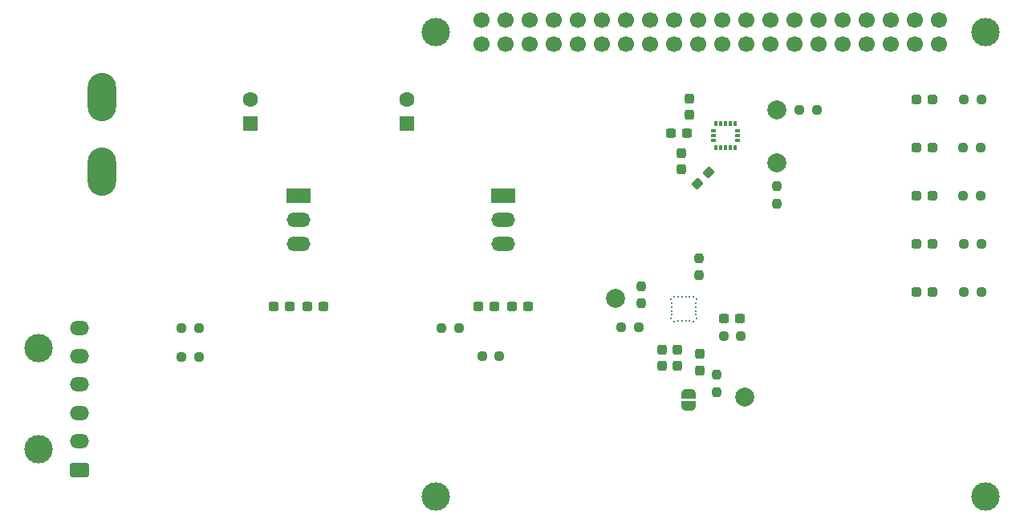
<source format=gbr>
G04 #@! TF.GenerationSoftware,KiCad,Pcbnew,(6.0.8)*
G04 #@! TF.CreationDate,2022-11-19T16:11:50-06:00*
G04 #@! TF.ProjectId,NavBoard_Hardware,4e617642-6f61-4726-945f-486172647761,2_ 2023*
G04 #@! TF.SameCoordinates,Original*
G04 #@! TF.FileFunction,Soldermask,Top*
G04 #@! TF.FilePolarity,Negative*
%FSLAX46Y46*%
G04 Gerber Fmt 4.6, Leading zero omitted, Abs format (unit mm)*
G04 Created by KiCad (PCBNEW (6.0.8)) date 2022-11-19 16:11:50*
%MOMM*%
%LPD*%
G01*
G04 APERTURE LIST*
G04 Aperture macros list*
%AMRoundRect*
0 Rectangle with rounded corners*
0 $1 Rounding radius*
0 $2 $3 $4 $5 $6 $7 $8 $9 X,Y pos of 4 corners*
0 Add a 4 corners polygon primitive as box body*
4,1,4,$2,$3,$4,$5,$6,$7,$8,$9,$2,$3,0*
0 Add four circle primitives for the rounded corners*
1,1,$1+$1,$2,$3*
1,1,$1+$1,$4,$5*
1,1,$1+$1,$6,$7*
1,1,$1+$1,$8,$9*
0 Add four rect primitives between the rounded corners*
20,1,$1+$1,$2,$3,$4,$5,0*
20,1,$1+$1,$4,$5,$6,$7,0*
20,1,$1+$1,$6,$7,$8,$9,0*
20,1,$1+$1,$8,$9,$2,$3,0*%
%AMFreePoly0*
4,1,22,0.500000,-0.750000,0.000000,-0.750000,0.000000,-0.745033,-0.079941,-0.743568,-0.215256,-0.701293,-0.333266,-0.622738,-0.424486,-0.514219,-0.481581,-0.384460,-0.499164,-0.250000,-0.500000,-0.250000,-0.500000,0.250000,-0.499164,0.250000,-0.499963,0.256109,-0.478152,0.396186,-0.417904,0.524511,-0.324060,0.630769,-0.204165,0.706417,-0.067858,0.745374,0.000000,0.744959,0.000000,0.750000,
0.500000,0.750000,0.500000,-0.750000,0.500000,-0.750000,$1*%
%AMFreePoly1*
4,1,20,0.000000,0.744959,0.073905,0.744508,0.209726,0.703889,0.328688,0.626782,0.421226,0.519385,0.479903,0.390333,0.500000,0.250000,0.500000,-0.250000,0.499851,-0.262216,0.476331,-0.402017,0.414519,-0.529596,0.319384,-0.634700,0.198574,-0.708877,0.061801,-0.746166,0.000000,-0.745033,0.000000,-0.750000,-0.500000,-0.750000,-0.500000,0.750000,0.000000,0.750000,0.000000,0.744959,
0.000000,0.744959,$1*%
G04 Aperture macros list end*
%ADD10R,1.600000X1.600000*%
%ADD11C,1.600000*%
%ADD12RoundRect,0.237500X-0.300000X-0.237500X0.300000X-0.237500X0.300000X0.237500X-0.300000X0.237500X0*%
%ADD13RoundRect,0.237500X0.300000X0.237500X-0.300000X0.237500X-0.300000X-0.237500X0.300000X-0.237500X0*%
%ADD14O,3.000000X5.100000*%
%ADD15RoundRect,0.237500X-0.287500X-0.237500X0.287500X-0.237500X0.287500X0.237500X-0.287500X0.237500X0*%
%ADD16RoundRect,0.237500X0.250000X0.237500X-0.250000X0.237500X-0.250000X-0.237500X0.250000X-0.237500X0*%
%ADD17C,3.000000*%
%ADD18C,1.700000*%
%ADD19R,0.350000X0.490000*%
%ADD20R,0.490000X0.350000*%
%ADD21RoundRect,0.237500X-0.237500X0.300000X-0.237500X-0.300000X0.237500X-0.300000X0.237500X0.300000X0*%
%ADD22RoundRect,0.237500X0.044194X0.380070X-0.380070X-0.044194X-0.044194X-0.380070X0.380070X0.044194X0*%
%ADD23R,0.152400X0.228600*%
%ADD24R,0.279400X0.228600*%
%ADD25R,0.228600X0.152400*%
%ADD26R,0.228600X0.279400*%
%ADD27RoundRect,0.237500X0.237500X-0.300000X0.237500X0.300000X-0.237500X0.300000X-0.237500X-0.300000X0*%
%ADD28RoundRect,0.250000X0.760000X-0.500000X0.760000X0.500000X-0.760000X0.500000X-0.760000X-0.500000X0*%
%ADD29O,2.020000X1.500000*%
%ADD30RoundRect,0.237500X-0.250000X-0.237500X0.250000X-0.237500X0.250000X0.237500X-0.250000X0.237500X0*%
%ADD31FreePoly0,90.000000*%
%ADD32FreePoly1,90.000000*%
%ADD33C,2.000000*%
%ADD34RoundRect,0.237500X-0.237500X0.250000X-0.237500X-0.250000X0.237500X-0.250000X0.237500X0.250000X0*%
%ADD35R,2.500000X1.500000*%
%ADD36O,2.500000X1.500000*%
%ADD37RoundRect,0.237500X0.237500X-0.250000X0.237500X0.250000X-0.237500X0.250000X-0.237500X-0.250000X0*%
G04 APERTURE END LIST*
D10*
X66040000Y-50800000D03*
D11*
X66040000Y-48300000D03*
D12*
X72050000Y-70100000D03*
X73775000Y-70100000D03*
D13*
X70212500Y-70100000D03*
X68487500Y-70100000D03*
D10*
X82550000Y-50800000D03*
D11*
X82550000Y-48300000D03*
D14*
X50400000Y-48026000D03*
X50400000Y-55900000D03*
D15*
X136285000Y-48260000D03*
X138035000Y-48260000D03*
X136285000Y-68580000D03*
X138035000Y-68580000D03*
X136285000Y-63500000D03*
X138035000Y-63500000D03*
D16*
X143152501Y-48260000D03*
X141327501Y-48260000D03*
X143152500Y-68579999D03*
X141327500Y-68579999D03*
X143152500Y-63500001D03*
X141327500Y-63500001D03*
X143034998Y-58457499D03*
X141209998Y-58457499D03*
X143035000Y-53365000D03*
X141210000Y-53365000D03*
D17*
X143580000Y-90170000D03*
X85580000Y-90170000D03*
X143580000Y-41170000D03*
X85580000Y-41170000D03*
D18*
X90450000Y-42440000D03*
X90450000Y-39900000D03*
X92990000Y-42440000D03*
X92990000Y-39900000D03*
X95530000Y-42440000D03*
X95530000Y-39900000D03*
X98070000Y-42440000D03*
X98070000Y-39900000D03*
X100610000Y-42440000D03*
X100610000Y-39900000D03*
X103150000Y-42440000D03*
X103150000Y-39900000D03*
X105690000Y-42440000D03*
X105690000Y-39900000D03*
X108230000Y-42440000D03*
X108230000Y-39900000D03*
X110770000Y-42440000D03*
X110770000Y-39900000D03*
X113310000Y-42440000D03*
X113310000Y-39900000D03*
X115850000Y-42440000D03*
X115850000Y-39900000D03*
X118390000Y-42440000D03*
X118390000Y-39900000D03*
X120930000Y-42440000D03*
X120930000Y-39900000D03*
X123470000Y-42440000D03*
X123470000Y-39900000D03*
X126010000Y-42440000D03*
X126010000Y-39900000D03*
X128550000Y-42440000D03*
X128550000Y-39900000D03*
X131090000Y-42440000D03*
X131090000Y-39900000D03*
X133630000Y-42440000D03*
X133630000Y-39900000D03*
X136170000Y-42440000D03*
X136170000Y-39900000D03*
X138710000Y-42440000D03*
X138710000Y-39900000D03*
D19*
X115139999Y-53360000D03*
X115639999Y-53360000D03*
X116139999Y-53360000D03*
X116639999Y-53360000D03*
X117139999Y-53360000D03*
D20*
X117399999Y-52600000D03*
X117399999Y-52100000D03*
X117399999Y-51600000D03*
D19*
X117139999Y-50840000D03*
X116639999Y-50840000D03*
X116139999Y-50840000D03*
X115639999Y-50840000D03*
X115139999Y-50840000D03*
D20*
X114879999Y-51600000D03*
X114879999Y-52100000D03*
X114879999Y-52600000D03*
D21*
X113475000Y-75150000D03*
X113475000Y-76875000D03*
D22*
X114384880Y-55965120D03*
X113165120Y-57184880D03*
D21*
X109449999Y-74675000D03*
X109449999Y-76400000D03*
X111075000Y-74675000D03*
X111075000Y-76400000D03*
D13*
X112085000Y-51824250D03*
X110360000Y-51824250D03*
D12*
X115987500Y-71406249D03*
X117712500Y-71406249D03*
D21*
X111510000Y-53960000D03*
X111510000Y-55685000D03*
D23*
X110429000Y-69406249D03*
D24*
X110492500Y-69806251D03*
X110492500Y-70206250D03*
X110492500Y-70606250D03*
X110492500Y-71006249D03*
D23*
X110429000Y-71406251D03*
D25*
X110762499Y-71739750D03*
D26*
X111162501Y-71676250D03*
X111562500Y-71676250D03*
X111962500Y-71676250D03*
X112362499Y-71676250D03*
D25*
X112762501Y-71739750D03*
D23*
X113096000Y-71406251D03*
D24*
X113032500Y-71006249D03*
X113032500Y-70606250D03*
X113032500Y-70206250D03*
X113032500Y-69806251D03*
D23*
X113096000Y-69406249D03*
D25*
X112762501Y-69072750D03*
D26*
X112362499Y-69136250D03*
X111962500Y-69136250D03*
X111562500Y-69136250D03*
X111162501Y-69136250D03*
D25*
X110762499Y-69072750D03*
D27*
X112349999Y-49925000D03*
X112349999Y-48200000D03*
D17*
X43686000Y-74526000D03*
X43686000Y-85226000D03*
D28*
X48006000Y-87376000D03*
D29*
X48006000Y-84376000D03*
X48006000Y-81376000D03*
X48006000Y-78376000D03*
X48006000Y-75376000D03*
X48006000Y-72376000D03*
D30*
X90487500Y-75400000D03*
X92312500Y-75400000D03*
D31*
X112250000Y-80650000D03*
D32*
X112250000Y-79350000D03*
D33*
X121551001Y-49410000D03*
D30*
X58777500Y-75438000D03*
X60602500Y-75438000D03*
D34*
X115187500Y-77356250D03*
X115187500Y-79181250D03*
D35*
X71120000Y-58420000D03*
D36*
X71120000Y-60960000D03*
X71120000Y-63500000D03*
D30*
X115950000Y-73256250D03*
X117775000Y-73256250D03*
D33*
X121551001Y-54947501D03*
D16*
X106975000Y-72325000D03*
X105150000Y-72325000D03*
D34*
X121551001Y-57422500D03*
X121551001Y-59247500D03*
D30*
X58777500Y-72390000D03*
X60602500Y-72390000D03*
X86187500Y-72400000D03*
X88012500Y-72400000D03*
D13*
X91792500Y-70103750D03*
X90067500Y-70103750D03*
D35*
X92710000Y-58420000D03*
D36*
X92710000Y-60960000D03*
X92710000Y-63500000D03*
D37*
X113325000Y-66850000D03*
X113325000Y-65025000D03*
X107250000Y-69825000D03*
X107250000Y-68000000D03*
D30*
X123975001Y-49425000D03*
X125800001Y-49425000D03*
D33*
X118174999Y-79681250D03*
D15*
X136285000Y-58420000D03*
X138035000Y-58420000D03*
X136285000Y-53340000D03*
X138035000Y-53340000D03*
D33*
X104570000Y-69300000D03*
D12*
X93630000Y-70103750D03*
X95355000Y-70103750D03*
M02*

</source>
